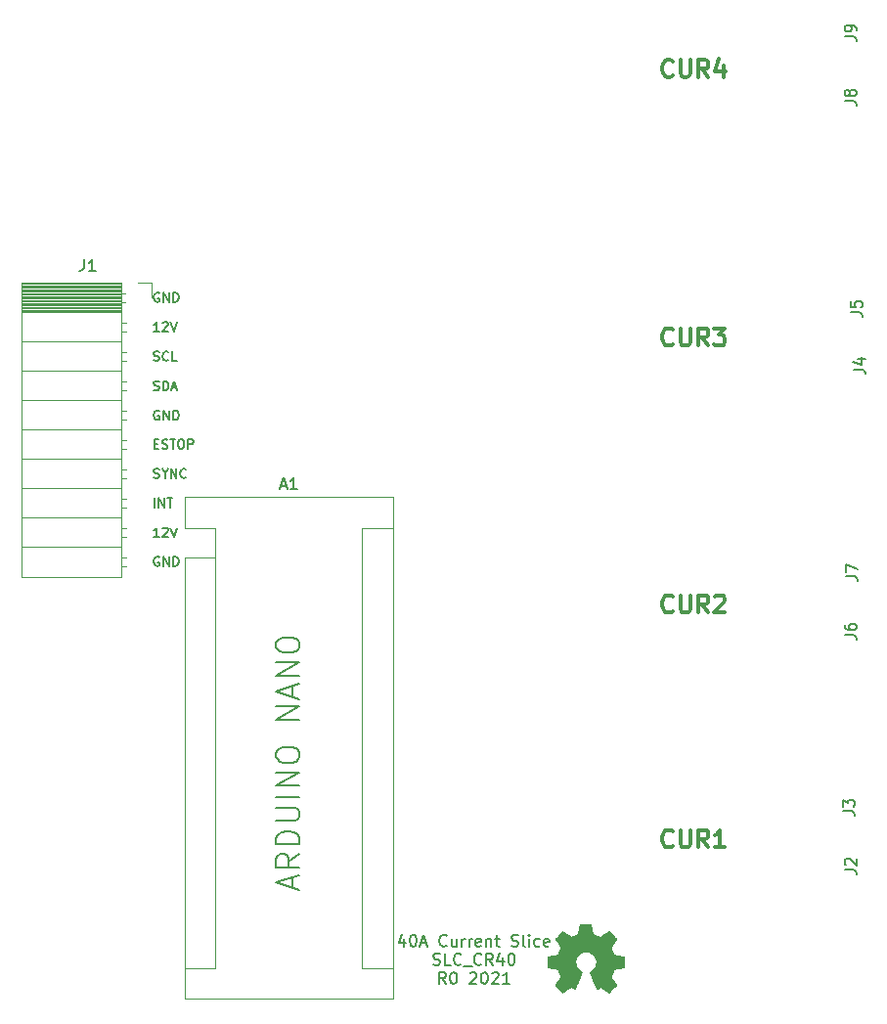
<source format=gbr>
%TF.GenerationSoftware,KiCad,Pcbnew,(6.0.4)*%
%TF.CreationDate,2023-07-24T13:06:08-04:00*%
%TF.ProjectId,BREAD_Slice,42524541-445f-4536-9c69-63652e6b6963,rev?*%
%TF.SameCoordinates,Original*%
%TF.FileFunction,Legend,Top*%
%TF.FilePolarity,Positive*%
%FSLAX46Y46*%
G04 Gerber Fmt 4.6, Leading zero omitted, Abs format (unit mm)*
G04 Created by KiCad (PCBNEW (6.0.4)) date 2023-07-24 13:06:08*
%MOMM*%
%LPD*%
G01*
G04 APERTURE LIST*
%ADD10C,0.150000*%
%ADD11C,0.300000*%
%ADD12C,0.120000*%
%ADD13C,0.010000*%
G04 APERTURE END LIST*
D10*
X131404761Y-99511904D02*
X130947619Y-99511904D01*
X131176190Y-99511904D02*
X131176190Y-98711904D01*
X131100000Y-98826190D01*
X131023809Y-98902380D01*
X130947619Y-98940476D01*
X131709523Y-98788095D02*
X131747619Y-98750000D01*
X131823809Y-98711904D01*
X132014285Y-98711904D01*
X132090476Y-98750000D01*
X132128571Y-98788095D01*
X132166666Y-98864285D01*
X132166666Y-98940476D01*
X132128571Y-99054761D01*
X131671428Y-99511904D01*
X132166666Y-99511904D01*
X132395238Y-98711904D02*
X132661904Y-99511904D01*
X132928571Y-98711904D01*
X142957618Y-129907142D02*
X142957618Y-128954761D01*
X143529046Y-130097619D02*
X141529046Y-129430952D01*
X143529046Y-128764285D01*
X143529046Y-126954761D02*
X142576665Y-127621428D01*
X143529046Y-128097619D02*
X141529046Y-128097619D01*
X141529046Y-127335714D01*
X141624285Y-127145238D01*
X141719523Y-127050000D01*
X141909999Y-126954761D01*
X142195713Y-126954761D01*
X142386189Y-127050000D01*
X142481427Y-127145238D01*
X142576665Y-127335714D01*
X142576665Y-128097619D01*
X143529046Y-126097619D02*
X141529046Y-126097619D01*
X141529046Y-125621428D01*
X141624285Y-125335714D01*
X141814761Y-125145238D01*
X142005237Y-125050000D01*
X142386189Y-124954761D01*
X142671904Y-124954761D01*
X143052856Y-125050000D01*
X143243332Y-125145238D01*
X143433808Y-125335714D01*
X143529046Y-125621428D01*
X143529046Y-126097619D01*
X141529046Y-124097619D02*
X143148094Y-124097619D01*
X143338570Y-124002380D01*
X143433808Y-123907142D01*
X143529046Y-123716666D01*
X143529046Y-123335714D01*
X143433808Y-123145238D01*
X143338570Y-123050000D01*
X143148094Y-122954761D01*
X141529046Y-122954761D01*
X143529046Y-122002380D02*
X141529046Y-122002380D01*
X143529046Y-121050000D02*
X141529046Y-121050000D01*
X143529046Y-119907142D01*
X141529046Y-119907142D01*
X141529046Y-118573809D02*
X141529046Y-118192857D01*
X141624285Y-118002380D01*
X141814761Y-117811904D01*
X142195713Y-117716666D01*
X142862380Y-117716666D01*
X143243332Y-117811904D01*
X143433808Y-118002380D01*
X143529046Y-118192857D01*
X143529046Y-118573809D01*
X143433808Y-118764285D01*
X143243332Y-118954761D01*
X142862380Y-119050000D01*
X142195713Y-119050000D01*
X141814761Y-118954761D01*
X141624285Y-118764285D01*
X141529046Y-118573809D01*
X143529046Y-115335714D02*
X141529046Y-115335714D01*
X143529046Y-114192857D01*
X141529046Y-114192857D01*
X142957618Y-113335714D02*
X142957618Y-112383333D01*
X143529046Y-113526190D02*
X141529046Y-112859523D01*
X143529046Y-112192857D01*
X143529046Y-111526190D02*
X141529046Y-111526190D01*
X143529046Y-110383333D01*
X141529046Y-110383333D01*
X141529046Y-109050000D02*
X141529046Y-108669047D01*
X141624285Y-108478571D01*
X141814761Y-108288095D01*
X142195713Y-108192857D01*
X142862380Y-108192857D01*
X143243332Y-108288095D01*
X143433808Y-108478571D01*
X143529046Y-108669047D01*
X143529046Y-109050000D01*
X143433808Y-109240476D01*
X143243332Y-109430952D01*
X142862380Y-109526190D01*
X142195713Y-109526190D01*
X141814761Y-109430952D01*
X141624285Y-109240476D01*
X141529046Y-109050000D01*
X130985713Y-96961904D02*
X130985713Y-96161904D01*
X131366665Y-96961904D02*
X131366665Y-96161904D01*
X131823808Y-96961904D01*
X131823808Y-96161904D01*
X132090475Y-96161904D02*
X132547618Y-96161904D01*
X132319046Y-96961904D02*
X132319046Y-96161904D01*
D11*
X175878570Y-105915714D02*
X175807142Y-105987142D01*
X175592856Y-106058571D01*
X175449999Y-106058571D01*
X175235713Y-105987142D01*
X175092856Y-105844285D01*
X175021427Y-105701428D01*
X174949999Y-105415714D01*
X174949999Y-105201428D01*
X175021427Y-104915714D01*
X175092856Y-104772857D01*
X175235713Y-104630000D01*
X175449999Y-104558571D01*
X175592856Y-104558571D01*
X175807142Y-104630000D01*
X175878570Y-104701428D01*
X176521427Y-104558571D02*
X176521427Y-105772857D01*
X176592856Y-105915714D01*
X176664285Y-105987142D01*
X176807142Y-106058571D01*
X177092856Y-106058571D01*
X177235713Y-105987142D01*
X177307142Y-105915714D01*
X177378570Y-105772857D01*
X177378570Y-104558571D01*
X178949999Y-106058571D02*
X178449999Y-105344285D01*
X178092856Y-106058571D02*
X178092856Y-104558571D01*
X178664285Y-104558571D01*
X178807142Y-104630000D01*
X178878570Y-104701428D01*
X178949999Y-104844285D01*
X178949999Y-105058571D01*
X178878570Y-105201428D01*
X178807142Y-105272857D01*
X178664285Y-105344285D01*
X178092856Y-105344285D01*
X179521427Y-104701428D02*
X179592856Y-104630000D01*
X179735713Y-104558571D01*
X180092856Y-104558571D01*
X180235713Y-104630000D01*
X180307142Y-104701428D01*
X180378570Y-104844285D01*
X180378570Y-104987142D01*
X180307142Y-105201428D01*
X179449999Y-106058571D01*
X180378570Y-106058571D01*
D10*
X131404761Y-81711904D02*
X130947619Y-81711904D01*
X131176190Y-81711904D02*
X131176190Y-80911904D01*
X131100000Y-81026190D01*
X131023809Y-81102380D01*
X130947619Y-81140476D01*
X131709523Y-80988095D02*
X131747619Y-80950000D01*
X131823809Y-80911904D01*
X132014285Y-80911904D01*
X132090476Y-80950000D01*
X132128571Y-80988095D01*
X132166666Y-81064285D01*
X132166666Y-81140476D01*
X132128571Y-81254761D01*
X131671428Y-81711904D01*
X132166666Y-81711904D01*
X132395238Y-80911904D02*
X132661904Y-81711904D01*
X132928571Y-80911904D01*
D11*
X175878570Y-59560714D02*
X175807142Y-59632142D01*
X175592856Y-59703571D01*
X175449999Y-59703571D01*
X175235713Y-59632142D01*
X175092856Y-59489285D01*
X175021427Y-59346428D01*
X174949999Y-59060714D01*
X174949999Y-58846428D01*
X175021427Y-58560714D01*
X175092856Y-58417857D01*
X175235713Y-58275000D01*
X175449999Y-58203571D01*
X175592856Y-58203571D01*
X175807142Y-58275000D01*
X175878570Y-58346428D01*
X176521427Y-58203571D02*
X176521427Y-59417857D01*
X176592856Y-59560714D01*
X176664285Y-59632142D01*
X176807142Y-59703571D01*
X177092856Y-59703571D01*
X177235713Y-59632142D01*
X177307142Y-59560714D01*
X177378570Y-59417857D01*
X177378570Y-58203571D01*
X178949999Y-59703571D02*
X178449999Y-58989285D01*
X178092856Y-59703571D02*
X178092856Y-58203571D01*
X178664285Y-58203571D01*
X178807142Y-58275000D01*
X178878570Y-58346428D01*
X178949999Y-58489285D01*
X178949999Y-58703571D01*
X178878570Y-58846428D01*
X178807142Y-58917857D01*
X178664285Y-58989285D01*
X178092856Y-58989285D01*
X180235713Y-58703571D02*
X180235713Y-59703571D01*
X179878570Y-58132142D02*
X179521427Y-59203571D01*
X180449999Y-59203571D01*
D10*
X130947619Y-84223809D02*
X131061904Y-84261904D01*
X131252380Y-84261904D01*
X131328571Y-84223809D01*
X131366666Y-84185714D01*
X131404761Y-84109523D01*
X131404761Y-84033333D01*
X131366666Y-83957142D01*
X131328571Y-83919047D01*
X131252380Y-83880952D01*
X131100000Y-83842857D01*
X131023809Y-83804761D01*
X130985714Y-83766666D01*
X130947619Y-83690476D01*
X130947619Y-83614285D01*
X130985714Y-83538095D01*
X131023809Y-83500000D01*
X131100000Y-83461904D01*
X131290476Y-83461904D01*
X131404761Y-83500000D01*
X132204761Y-84185714D02*
X132166666Y-84223809D01*
X132052380Y-84261904D01*
X131976190Y-84261904D01*
X131861904Y-84223809D01*
X131785714Y-84147619D01*
X131747619Y-84071428D01*
X131709523Y-83919047D01*
X131709523Y-83804761D01*
X131747619Y-83652380D01*
X131785714Y-83576190D01*
X131861904Y-83500000D01*
X131976190Y-83461904D01*
X132052380Y-83461904D01*
X132166666Y-83500000D01*
X132204761Y-83538095D01*
X132928571Y-84261904D02*
X132547619Y-84261904D01*
X132547619Y-83461904D01*
X130947618Y-94373809D02*
X131061904Y-94411904D01*
X131252380Y-94411904D01*
X131328571Y-94373809D01*
X131366666Y-94335714D01*
X131404761Y-94259523D01*
X131404761Y-94183333D01*
X131366666Y-94107142D01*
X131328571Y-94069047D01*
X131252380Y-94030952D01*
X131099999Y-93992857D01*
X131023809Y-93954761D01*
X130985714Y-93916666D01*
X130947618Y-93840476D01*
X130947618Y-93764285D01*
X130985714Y-93688095D01*
X131023809Y-93650000D01*
X131099999Y-93611904D01*
X131290475Y-93611904D01*
X131404761Y-93650000D01*
X131899999Y-94030952D02*
X131899999Y-94411904D01*
X131633333Y-93611904D02*
X131899999Y-94030952D01*
X132166666Y-93611904D01*
X132433333Y-94411904D02*
X132433333Y-93611904D01*
X132890475Y-94411904D01*
X132890475Y-93611904D01*
X133728571Y-94335714D02*
X133690475Y-94373809D01*
X133576190Y-94411904D01*
X133499999Y-94411904D01*
X133385714Y-94373809D01*
X133309523Y-94297619D01*
X133271428Y-94221428D01*
X133233333Y-94069047D01*
X133233333Y-93954761D01*
X133271428Y-93802380D01*
X133309523Y-93726190D01*
X133385714Y-93650000D01*
X133499999Y-93611904D01*
X133576190Y-93611904D01*
X133690475Y-93650000D01*
X133728571Y-93688095D01*
X130985713Y-91442857D02*
X131252380Y-91442857D01*
X131366665Y-91861904D02*
X130985713Y-91861904D01*
X130985713Y-91061904D01*
X131366665Y-91061904D01*
X131671427Y-91823809D02*
X131785713Y-91861904D01*
X131976189Y-91861904D01*
X132052380Y-91823809D01*
X132090475Y-91785714D01*
X132128570Y-91709523D01*
X132128570Y-91633333D01*
X132090475Y-91557142D01*
X132052380Y-91519047D01*
X131976189Y-91480952D01*
X131823808Y-91442857D01*
X131747618Y-91404761D01*
X131709523Y-91366666D01*
X131671427Y-91290476D01*
X131671427Y-91214285D01*
X131709523Y-91138095D01*
X131747618Y-91100000D01*
X131823808Y-91061904D01*
X132014284Y-91061904D01*
X132128570Y-91100000D01*
X132357142Y-91061904D02*
X132814284Y-91061904D01*
X132585713Y-91861904D02*
X132585713Y-91061904D01*
X133233332Y-91061904D02*
X133385713Y-91061904D01*
X133461904Y-91100000D01*
X133538094Y-91176190D01*
X133576189Y-91328571D01*
X133576189Y-91595238D01*
X133538094Y-91747619D01*
X133461904Y-91823809D01*
X133385713Y-91861904D01*
X133233332Y-91861904D01*
X133157142Y-91823809D01*
X133080951Y-91747619D01*
X133042856Y-91595238D01*
X133042856Y-91328571D01*
X133080951Y-91176190D01*
X133157142Y-91100000D01*
X133233332Y-91061904D01*
X133919046Y-91861904D02*
X133919046Y-91061904D01*
X134223808Y-91061904D01*
X134299999Y-91100000D01*
X134338094Y-91138095D01*
X134376189Y-91214285D01*
X134376189Y-91328571D01*
X134338094Y-91404761D01*
X134299999Y-91442857D01*
X134223808Y-91480952D01*
X133919046Y-91480952D01*
X131404761Y-88600000D02*
X131328570Y-88561904D01*
X131214285Y-88561904D01*
X131099999Y-88600000D01*
X131023808Y-88676190D01*
X130985713Y-88752380D01*
X130947618Y-88904761D01*
X130947618Y-89019047D01*
X130985713Y-89171428D01*
X131023808Y-89247619D01*
X131099999Y-89323809D01*
X131214285Y-89361904D01*
X131290475Y-89361904D01*
X131404761Y-89323809D01*
X131442856Y-89285714D01*
X131442856Y-89019047D01*
X131290475Y-89019047D01*
X131785713Y-89361904D02*
X131785713Y-88561904D01*
X132242856Y-89361904D01*
X132242856Y-88561904D01*
X132623808Y-89361904D02*
X132623808Y-88561904D01*
X132814285Y-88561904D01*
X132928570Y-88600000D01*
X133004761Y-88676190D01*
X133042856Y-88752380D01*
X133080951Y-88904761D01*
X133080951Y-89019047D01*
X133042856Y-89171428D01*
X133004761Y-89247619D01*
X132928570Y-89323809D01*
X132814285Y-89361904D01*
X132623808Y-89361904D01*
D11*
X175878570Y-126235714D02*
X175807142Y-126307142D01*
X175592856Y-126378571D01*
X175449999Y-126378571D01*
X175235713Y-126307142D01*
X175092856Y-126164285D01*
X175021427Y-126021428D01*
X174949999Y-125735714D01*
X174949999Y-125521428D01*
X175021427Y-125235714D01*
X175092856Y-125092857D01*
X175235713Y-124950000D01*
X175449999Y-124878571D01*
X175592856Y-124878571D01*
X175807142Y-124950000D01*
X175878570Y-125021428D01*
X176521427Y-124878571D02*
X176521427Y-126092857D01*
X176592856Y-126235714D01*
X176664285Y-126307142D01*
X176807142Y-126378571D01*
X177092856Y-126378571D01*
X177235713Y-126307142D01*
X177307142Y-126235714D01*
X177378570Y-126092857D01*
X177378570Y-124878571D01*
X178949999Y-126378571D02*
X178449999Y-125664285D01*
X178092856Y-126378571D02*
X178092856Y-124878571D01*
X178664285Y-124878571D01*
X178807142Y-124950000D01*
X178878570Y-125021428D01*
X178949999Y-125164285D01*
X178949999Y-125378571D01*
X178878570Y-125521428D01*
X178807142Y-125592857D01*
X178664285Y-125664285D01*
X178092856Y-125664285D01*
X180378570Y-126378571D02*
X179521427Y-126378571D01*
X179949999Y-126378571D02*
X179949999Y-124878571D01*
X179807142Y-125092857D01*
X179664285Y-125235714D01*
X179521427Y-125307142D01*
D10*
X130947618Y-86773809D02*
X131061904Y-86811904D01*
X131252380Y-86811904D01*
X131328570Y-86773809D01*
X131366666Y-86735714D01*
X131404761Y-86659523D01*
X131404761Y-86583333D01*
X131366666Y-86507142D01*
X131328570Y-86469047D01*
X131252380Y-86430952D01*
X131099999Y-86392857D01*
X131023808Y-86354761D01*
X130985713Y-86316666D01*
X130947618Y-86240476D01*
X130947618Y-86164285D01*
X130985713Y-86088095D01*
X131023808Y-86050000D01*
X131099999Y-86011904D01*
X131290475Y-86011904D01*
X131404761Y-86050000D01*
X131747618Y-86811904D02*
X131747618Y-86011904D01*
X131938094Y-86011904D01*
X132052380Y-86050000D01*
X132128570Y-86126190D01*
X132166666Y-86202380D01*
X132204761Y-86354761D01*
X132204761Y-86469047D01*
X132166666Y-86621428D01*
X132128570Y-86697619D01*
X132052380Y-86773809D01*
X131938094Y-86811904D01*
X131747618Y-86811904D01*
X132509523Y-86583333D02*
X132890475Y-86583333D01*
X132433332Y-86811904D02*
X132699999Y-86011904D01*
X132966666Y-86811904D01*
X152620380Y-134292714D02*
X152620380Y-134959380D01*
X152382285Y-133911761D02*
X152144190Y-134626047D01*
X152763238Y-134626047D01*
X153334666Y-133959380D02*
X153429904Y-133959380D01*
X153525142Y-134007000D01*
X153572761Y-134054619D01*
X153620380Y-134149857D01*
X153668000Y-134340333D01*
X153668000Y-134578428D01*
X153620380Y-134768904D01*
X153572761Y-134864142D01*
X153525142Y-134911761D01*
X153429904Y-134959380D01*
X153334666Y-134959380D01*
X153239428Y-134911761D01*
X153191809Y-134864142D01*
X153144190Y-134768904D01*
X153096571Y-134578428D01*
X153096571Y-134340333D01*
X153144190Y-134149857D01*
X153191809Y-134054619D01*
X153239428Y-134007000D01*
X153334666Y-133959380D01*
X154048952Y-134673666D02*
X154525142Y-134673666D01*
X153953714Y-134959380D02*
X154287047Y-133959380D01*
X154620380Y-134959380D01*
X156287047Y-134864142D02*
X156239428Y-134911761D01*
X156096571Y-134959380D01*
X156001333Y-134959380D01*
X155858476Y-134911761D01*
X155763238Y-134816523D01*
X155715619Y-134721285D01*
X155668000Y-134530809D01*
X155668000Y-134387952D01*
X155715619Y-134197476D01*
X155763238Y-134102238D01*
X155858476Y-134007000D01*
X156001333Y-133959380D01*
X156096571Y-133959380D01*
X156239428Y-134007000D01*
X156287047Y-134054619D01*
X157144190Y-134292714D02*
X157144190Y-134959380D01*
X156715619Y-134292714D02*
X156715619Y-134816523D01*
X156763238Y-134911761D01*
X156858476Y-134959380D01*
X157001333Y-134959380D01*
X157096571Y-134911761D01*
X157144190Y-134864142D01*
X157620380Y-134959380D02*
X157620380Y-134292714D01*
X157620380Y-134483190D02*
X157668000Y-134387952D01*
X157715619Y-134340333D01*
X157810857Y-134292714D01*
X157906095Y-134292714D01*
X158239428Y-134959380D02*
X158239428Y-134292714D01*
X158239428Y-134483190D02*
X158287047Y-134387952D01*
X158334666Y-134340333D01*
X158429904Y-134292714D01*
X158525142Y-134292714D01*
X159239428Y-134911761D02*
X159144190Y-134959380D01*
X158953714Y-134959380D01*
X158858476Y-134911761D01*
X158810857Y-134816523D01*
X158810857Y-134435571D01*
X158858476Y-134340333D01*
X158953714Y-134292714D01*
X159144190Y-134292714D01*
X159239428Y-134340333D01*
X159287047Y-134435571D01*
X159287047Y-134530809D01*
X158810857Y-134626047D01*
X159715619Y-134292714D02*
X159715619Y-134959380D01*
X159715619Y-134387952D02*
X159763238Y-134340333D01*
X159858476Y-134292714D01*
X160001333Y-134292714D01*
X160096571Y-134340333D01*
X160144190Y-134435571D01*
X160144190Y-134959380D01*
X160477523Y-134292714D02*
X160858476Y-134292714D01*
X160620380Y-133959380D02*
X160620380Y-134816523D01*
X160668000Y-134911761D01*
X160763238Y-134959380D01*
X160858476Y-134959380D01*
X161906095Y-134911761D02*
X162048952Y-134959380D01*
X162287047Y-134959380D01*
X162382285Y-134911761D01*
X162429904Y-134864142D01*
X162477523Y-134768904D01*
X162477523Y-134673666D01*
X162429904Y-134578428D01*
X162382285Y-134530809D01*
X162287047Y-134483190D01*
X162096571Y-134435571D01*
X162001333Y-134387952D01*
X161953714Y-134340333D01*
X161906095Y-134245095D01*
X161906095Y-134149857D01*
X161953714Y-134054619D01*
X162001333Y-134007000D01*
X162096571Y-133959380D01*
X162334666Y-133959380D01*
X162477523Y-134007000D01*
X163048952Y-134959380D02*
X162953714Y-134911761D01*
X162906095Y-134816523D01*
X162906095Y-133959380D01*
X163429904Y-134959380D02*
X163429904Y-134292714D01*
X163429904Y-133959380D02*
X163382285Y-134007000D01*
X163429904Y-134054619D01*
X163477523Y-134007000D01*
X163429904Y-133959380D01*
X163429904Y-134054619D01*
X164334666Y-134911761D02*
X164239428Y-134959380D01*
X164048952Y-134959380D01*
X163953714Y-134911761D01*
X163906095Y-134864142D01*
X163858476Y-134768904D01*
X163858476Y-134483190D01*
X163906095Y-134387952D01*
X163953714Y-134340333D01*
X164048952Y-134292714D01*
X164239428Y-134292714D01*
X164334666Y-134340333D01*
X165144190Y-134911761D02*
X165048952Y-134959380D01*
X164858476Y-134959380D01*
X164763238Y-134911761D01*
X164715619Y-134816523D01*
X164715619Y-134435571D01*
X164763238Y-134340333D01*
X164858476Y-134292714D01*
X165048952Y-134292714D01*
X165144190Y-134340333D01*
X165191809Y-134435571D01*
X165191809Y-134530809D01*
X164715619Y-134626047D01*
X155144190Y-136521761D02*
X155287047Y-136569380D01*
X155525142Y-136569380D01*
X155620380Y-136521761D01*
X155668000Y-136474142D01*
X155715619Y-136378904D01*
X155715619Y-136283666D01*
X155668000Y-136188428D01*
X155620380Y-136140809D01*
X155525142Y-136093190D01*
X155334666Y-136045571D01*
X155239428Y-135997952D01*
X155191809Y-135950333D01*
X155144190Y-135855095D01*
X155144190Y-135759857D01*
X155191809Y-135664619D01*
X155239428Y-135617000D01*
X155334666Y-135569380D01*
X155572761Y-135569380D01*
X155715619Y-135617000D01*
X156620380Y-136569380D02*
X156144190Y-136569380D01*
X156144190Y-135569380D01*
X157525142Y-136474142D02*
X157477523Y-136521761D01*
X157334666Y-136569380D01*
X157239428Y-136569380D01*
X157096571Y-136521761D01*
X157001333Y-136426523D01*
X156953714Y-136331285D01*
X156906095Y-136140809D01*
X156906095Y-135997952D01*
X156953714Y-135807476D01*
X157001333Y-135712238D01*
X157096571Y-135617000D01*
X157239428Y-135569380D01*
X157334666Y-135569380D01*
X157477523Y-135617000D01*
X157525142Y-135664619D01*
X157715619Y-136664619D02*
X158477523Y-136664619D01*
X159287047Y-136474142D02*
X159239428Y-136521761D01*
X159096571Y-136569380D01*
X159001333Y-136569380D01*
X158858476Y-136521761D01*
X158763238Y-136426523D01*
X158715619Y-136331285D01*
X158668000Y-136140809D01*
X158668000Y-135997952D01*
X158715619Y-135807476D01*
X158763238Y-135712238D01*
X158858476Y-135617000D01*
X159001333Y-135569380D01*
X159096571Y-135569380D01*
X159239428Y-135617000D01*
X159287047Y-135664619D01*
X160287047Y-136569380D02*
X159953714Y-136093190D01*
X159715619Y-136569380D02*
X159715619Y-135569380D01*
X160096571Y-135569380D01*
X160191809Y-135617000D01*
X160239428Y-135664619D01*
X160287047Y-135759857D01*
X160287047Y-135902714D01*
X160239428Y-135997952D01*
X160191809Y-136045571D01*
X160096571Y-136093190D01*
X159715619Y-136093190D01*
X161144190Y-135902714D02*
X161144190Y-136569380D01*
X160906095Y-135521761D02*
X160668000Y-136236047D01*
X161287047Y-136236047D01*
X161858476Y-135569380D02*
X161953714Y-135569380D01*
X162048952Y-135617000D01*
X162096571Y-135664619D01*
X162144190Y-135759857D01*
X162191809Y-135950333D01*
X162191809Y-136188428D01*
X162144190Y-136378904D01*
X162096571Y-136474142D01*
X162048952Y-136521761D01*
X161953714Y-136569380D01*
X161858476Y-136569380D01*
X161763238Y-136521761D01*
X161715619Y-136474142D01*
X161668000Y-136378904D01*
X161620380Y-136188428D01*
X161620380Y-135950333D01*
X161668000Y-135759857D01*
X161715619Y-135664619D01*
X161763238Y-135617000D01*
X161858476Y-135569380D01*
X156215619Y-138179380D02*
X155882285Y-137703190D01*
X155644190Y-138179380D02*
X155644190Y-137179380D01*
X156025142Y-137179380D01*
X156120380Y-137227000D01*
X156168000Y-137274619D01*
X156215619Y-137369857D01*
X156215619Y-137512714D01*
X156168000Y-137607952D01*
X156120380Y-137655571D01*
X156025142Y-137703190D01*
X155644190Y-137703190D01*
X156834666Y-137179380D02*
X156929904Y-137179380D01*
X157025142Y-137227000D01*
X157072761Y-137274619D01*
X157120380Y-137369857D01*
X157168000Y-137560333D01*
X157168000Y-137798428D01*
X157120380Y-137988904D01*
X157072761Y-138084142D01*
X157025142Y-138131761D01*
X156929904Y-138179380D01*
X156834666Y-138179380D01*
X156739428Y-138131761D01*
X156691809Y-138084142D01*
X156644190Y-137988904D01*
X156596571Y-137798428D01*
X156596571Y-137560333D01*
X156644190Y-137369857D01*
X156691809Y-137274619D01*
X156739428Y-137227000D01*
X156834666Y-137179380D01*
X158310857Y-137274619D02*
X158358476Y-137227000D01*
X158453714Y-137179380D01*
X158691809Y-137179380D01*
X158787047Y-137227000D01*
X158834666Y-137274619D01*
X158882285Y-137369857D01*
X158882285Y-137465095D01*
X158834666Y-137607952D01*
X158263238Y-138179380D01*
X158882285Y-138179380D01*
X159501333Y-137179380D02*
X159596571Y-137179380D01*
X159691809Y-137227000D01*
X159739428Y-137274619D01*
X159787047Y-137369857D01*
X159834666Y-137560333D01*
X159834666Y-137798428D01*
X159787047Y-137988904D01*
X159739428Y-138084142D01*
X159691809Y-138131761D01*
X159596571Y-138179380D01*
X159501333Y-138179380D01*
X159406095Y-138131761D01*
X159358476Y-138084142D01*
X159310857Y-137988904D01*
X159263238Y-137798428D01*
X159263238Y-137560333D01*
X159310857Y-137369857D01*
X159358476Y-137274619D01*
X159406095Y-137227000D01*
X159501333Y-137179380D01*
X160215619Y-137274619D02*
X160263238Y-137227000D01*
X160358476Y-137179380D01*
X160596571Y-137179380D01*
X160691809Y-137227000D01*
X160739428Y-137274619D01*
X160787047Y-137369857D01*
X160787047Y-137465095D01*
X160739428Y-137607952D01*
X160168000Y-138179380D01*
X160787047Y-138179380D01*
X161739428Y-138179380D02*
X161168000Y-138179380D01*
X161453714Y-138179380D02*
X161453714Y-137179380D01*
X161358476Y-137322238D01*
X161263238Y-137417476D01*
X161168000Y-137465095D01*
X131404761Y-78400000D02*
X131328570Y-78361904D01*
X131214285Y-78361904D01*
X131099999Y-78400000D01*
X131023808Y-78476190D01*
X130985713Y-78552380D01*
X130947618Y-78704761D01*
X130947618Y-78819047D01*
X130985713Y-78971428D01*
X131023808Y-79047619D01*
X131099999Y-79123809D01*
X131214285Y-79161904D01*
X131290475Y-79161904D01*
X131404761Y-79123809D01*
X131442856Y-79085714D01*
X131442856Y-78819047D01*
X131290475Y-78819047D01*
X131785713Y-79161904D02*
X131785713Y-78361904D01*
X132242856Y-79161904D01*
X132242856Y-78361904D01*
X132623808Y-79161904D02*
X132623808Y-78361904D01*
X132814285Y-78361904D01*
X132928570Y-78400000D01*
X133004761Y-78476190D01*
X133042856Y-78552380D01*
X133080951Y-78704761D01*
X133080951Y-78819047D01*
X133042856Y-78971428D01*
X133004761Y-79047619D01*
X132928570Y-79123809D01*
X132814285Y-79161904D01*
X132623808Y-79161904D01*
X131404761Y-101250000D02*
X131328570Y-101211904D01*
X131214285Y-101211904D01*
X131099999Y-101250000D01*
X131023808Y-101326190D01*
X130985713Y-101402380D01*
X130947618Y-101554761D01*
X130947618Y-101669047D01*
X130985713Y-101821428D01*
X131023808Y-101897619D01*
X131099999Y-101973809D01*
X131214285Y-102011904D01*
X131290475Y-102011904D01*
X131404761Y-101973809D01*
X131442856Y-101935714D01*
X131442856Y-101669047D01*
X131290475Y-101669047D01*
X131785713Y-102011904D02*
X131785713Y-101211904D01*
X132242856Y-102011904D01*
X132242856Y-101211904D01*
X132623808Y-102011904D02*
X132623808Y-101211904D01*
X132814285Y-101211904D01*
X132928570Y-101250000D01*
X133004761Y-101326190D01*
X133042856Y-101402380D01*
X133080951Y-101554761D01*
X133080951Y-101669047D01*
X133042856Y-101821428D01*
X133004761Y-101897619D01*
X132928570Y-101973809D01*
X132814285Y-102011904D01*
X132623808Y-102011904D01*
D11*
X175878570Y-82801714D02*
X175807142Y-82873142D01*
X175592856Y-82944571D01*
X175449999Y-82944571D01*
X175235713Y-82873142D01*
X175092856Y-82730285D01*
X175021427Y-82587428D01*
X174949999Y-82301714D01*
X174949999Y-82087428D01*
X175021427Y-81801714D01*
X175092856Y-81658857D01*
X175235713Y-81516000D01*
X175449999Y-81444571D01*
X175592856Y-81444571D01*
X175807142Y-81516000D01*
X175878570Y-81587428D01*
X176521427Y-81444571D02*
X176521427Y-82658857D01*
X176592856Y-82801714D01*
X176664285Y-82873142D01*
X176807142Y-82944571D01*
X177092856Y-82944571D01*
X177235713Y-82873142D01*
X177307142Y-82801714D01*
X177378570Y-82658857D01*
X177378570Y-81444571D01*
X178949999Y-82944571D02*
X178449999Y-82230285D01*
X178092856Y-82944571D02*
X178092856Y-81444571D01*
X178664285Y-81444571D01*
X178807142Y-81516000D01*
X178878570Y-81587428D01*
X178949999Y-81730285D01*
X178949999Y-81944571D01*
X178878570Y-82087428D01*
X178807142Y-82158857D01*
X178664285Y-82230285D01*
X178092856Y-82230285D01*
X179449999Y-81444571D02*
X180378570Y-81444571D01*
X179878570Y-82016000D01*
X180092856Y-82016000D01*
X180235713Y-82087428D01*
X180307142Y-82158857D01*
X180378570Y-82301714D01*
X180378570Y-82658857D01*
X180307142Y-82801714D01*
X180235713Y-82873142D01*
X180092856Y-82944571D01*
X179664285Y-82944571D01*
X179521427Y-82873142D01*
X179449999Y-82801714D01*
D10*
%TO.C,A1*%
X141905714Y-95086666D02*
X142381904Y-95086666D01*
X141810476Y-95372380D02*
X142143809Y-94372380D01*
X142477142Y-95372380D01*
X143334285Y-95372380D02*
X142762857Y-95372380D01*
X143048571Y-95372380D02*
X143048571Y-94372380D01*
X142953333Y-94515238D01*
X142858095Y-94610476D01*
X142762857Y-94658095D01*
%TO.C,J1*%
X124886666Y-75482380D02*
X124886666Y-76196666D01*
X124839047Y-76339523D01*
X124743809Y-76434761D01*
X124600952Y-76482380D01*
X124505714Y-76482380D01*
X125886666Y-76482380D02*
X125315238Y-76482380D01*
X125600952Y-76482380D02*
X125600952Y-75482380D01*
X125505714Y-75625238D01*
X125410476Y-75720476D01*
X125315238Y-75768095D01*
%TO.C,J2*%
X190751380Y-128322333D02*
X191465666Y-128322333D01*
X191608523Y-128369952D01*
X191703761Y-128465190D01*
X191751380Y-128608047D01*
X191751380Y-128703285D01*
X190846619Y-127893761D02*
X190799000Y-127846142D01*
X190751380Y-127750904D01*
X190751380Y-127512809D01*
X190799000Y-127417571D01*
X190846619Y-127369952D01*
X190941857Y-127322333D01*
X191037095Y-127322333D01*
X191179952Y-127369952D01*
X191751380Y-127941380D01*
X191751380Y-127322333D01*
%TO.C,J3*%
X190624380Y-123242333D02*
X191338666Y-123242333D01*
X191481523Y-123289952D01*
X191576761Y-123385190D01*
X191624380Y-123528047D01*
X191624380Y-123623285D01*
X190624380Y-122861380D02*
X190624380Y-122242333D01*
X191005333Y-122575666D01*
X191005333Y-122432809D01*
X191052952Y-122337571D01*
X191100571Y-122289952D01*
X191195809Y-122242333D01*
X191433904Y-122242333D01*
X191529142Y-122289952D01*
X191576761Y-122337571D01*
X191624380Y-122432809D01*
X191624380Y-122718523D01*
X191576761Y-122813761D01*
X191529142Y-122861380D01*
%TO.C,J4*%
X191513380Y-85015333D02*
X192227666Y-85015333D01*
X192370523Y-85062952D01*
X192465761Y-85158190D01*
X192513380Y-85301047D01*
X192513380Y-85396285D01*
X191846714Y-84110571D02*
X192513380Y-84110571D01*
X191465761Y-84348666D02*
X192180047Y-84586761D01*
X192180047Y-83967714D01*
%TO.C,J5*%
X191259380Y-80062333D02*
X191973666Y-80062333D01*
X192116523Y-80109952D01*
X192211761Y-80205190D01*
X192259380Y-80348047D01*
X192259380Y-80443285D01*
X191259380Y-79109952D02*
X191259380Y-79586142D01*
X191735571Y-79633761D01*
X191687952Y-79586142D01*
X191640333Y-79490904D01*
X191640333Y-79252809D01*
X191687952Y-79157571D01*
X191735571Y-79109952D01*
X191830809Y-79062333D01*
X192068904Y-79062333D01*
X192164142Y-79109952D01*
X192211761Y-79157571D01*
X192259380Y-79252809D01*
X192259380Y-79490904D01*
X192211761Y-79586142D01*
X192164142Y-79633761D01*
%TO.C,J6*%
X190751380Y-108002333D02*
X191465666Y-108002333D01*
X191608523Y-108049952D01*
X191703761Y-108145190D01*
X191751380Y-108288047D01*
X191751380Y-108383285D01*
X190751380Y-107097571D02*
X190751380Y-107288047D01*
X190799000Y-107383285D01*
X190846619Y-107430904D01*
X190989476Y-107526142D01*
X191179952Y-107573761D01*
X191560904Y-107573761D01*
X191656142Y-107526142D01*
X191703761Y-107478523D01*
X191751380Y-107383285D01*
X191751380Y-107192809D01*
X191703761Y-107097571D01*
X191656142Y-107049952D01*
X191560904Y-107002333D01*
X191322809Y-107002333D01*
X191227571Y-107049952D01*
X191179952Y-107097571D01*
X191132333Y-107192809D01*
X191132333Y-107383285D01*
X191179952Y-107478523D01*
X191227571Y-107526142D01*
X191322809Y-107573761D01*
%TO.C,J7*%
X190878380Y-102922333D02*
X191592666Y-102922333D01*
X191735523Y-102969952D01*
X191830761Y-103065190D01*
X191878380Y-103208047D01*
X191878380Y-103303285D01*
X190878380Y-102541380D02*
X190878380Y-101874714D01*
X191878380Y-102303285D01*
%TO.C,J8*%
X190751380Y-61774333D02*
X191465666Y-61774333D01*
X191608523Y-61821952D01*
X191703761Y-61917190D01*
X191751380Y-62060047D01*
X191751380Y-62155285D01*
X191179952Y-61155285D02*
X191132333Y-61250523D01*
X191084714Y-61298142D01*
X190989476Y-61345761D01*
X190941857Y-61345761D01*
X190846619Y-61298142D01*
X190799000Y-61250523D01*
X190751380Y-61155285D01*
X190751380Y-60964809D01*
X190799000Y-60869571D01*
X190846619Y-60821952D01*
X190941857Y-60774333D01*
X190989476Y-60774333D01*
X191084714Y-60821952D01*
X191132333Y-60869571D01*
X191179952Y-60964809D01*
X191179952Y-61155285D01*
X191227571Y-61250523D01*
X191275190Y-61298142D01*
X191370428Y-61345761D01*
X191560904Y-61345761D01*
X191656142Y-61298142D01*
X191703761Y-61250523D01*
X191751380Y-61155285D01*
X191751380Y-60964809D01*
X191703761Y-60869571D01*
X191656142Y-60821952D01*
X191560904Y-60774333D01*
X191370428Y-60774333D01*
X191275190Y-60821952D01*
X191227571Y-60869571D01*
X191179952Y-60964809D01*
%TO.C,J9*%
X190751380Y-56186333D02*
X191465666Y-56186333D01*
X191608523Y-56233952D01*
X191703761Y-56329190D01*
X191751380Y-56472047D01*
X191751380Y-56567285D01*
X191751380Y-55662523D02*
X191751380Y-55472047D01*
X191703761Y-55376809D01*
X191656142Y-55329190D01*
X191513285Y-55233952D01*
X191322809Y-55186333D01*
X190941857Y-55186333D01*
X190846619Y-55233952D01*
X190799000Y-55281571D01*
X190751380Y-55376809D01*
X190751380Y-55567285D01*
X190799000Y-55662523D01*
X190846619Y-55710142D01*
X190941857Y-55757761D01*
X191179952Y-55757761D01*
X191275190Y-55710142D01*
X191322809Y-55662523D01*
X191370428Y-55567285D01*
X191370428Y-55376809D01*
X191322809Y-55281571D01*
X191275190Y-55233952D01*
X191179952Y-55186333D01*
D12*
%TO.C,A1*%
X133600000Y-101270000D02*
X133600000Y-139500000D01*
X136270000Y-101270000D02*
X133600000Y-101270000D01*
X148970000Y-98730000D02*
X151640000Y-98730000D01*
X136270000Y-136830000D02*
X133600000Y-136830000D01*
X136270000Y-101270000D02*
X136270000Y-136830000D01*
X133600000Y-139500000D02*
X151640000Y-139500000D01*
X151640000Y-139500000D02*
X151640000Y-96060000D01*
X133600000Y-96060000D02*
X133600000Y-98730000D01*
X136270000Y-98730000D02*
X133600000Y-98730000D01*
X151640000Y-96060000D02*
X133600000Y-96060000D01*
X136270000Y-101270000D02*
X136270000Y-98730000D01*
X148970000Y-98730000D02*
X148970000Y-136830000D01*
X148970000Y-136830000D02*
X151640000Y-136830000D01*
%TO.C,J1*%
X128140000Y-79160000D02*
X128490000Y-79160000D01*
X119510000Y-78652855D02*
X128140000Y-78652855D01*
X128140000Y-96220000D02*
X128550000Y-96220000D01*
X119510000Y-77590000D02*
X128140000Y-77590000D01*
X119510000Y-90230000D02*
X128140000Y-90230000D01*
X129600000Y-77470000D02*
X130710000Y-77470000D01*
X119510000Y-100390000D02*
X128140000Y-100390000D01*
X119510000Y-79007140D02*
X128140000Y-79007140D01*
X128140000Y-94400000D02*
X128550000Y-94400000D01*
X119510000Y-77470000D02*
X128140000Y-77470000D01*
X119510000Y-79951900D02*
X128140000Y-79951900D01*
X128140000Y-81700000D02*
X128550000Y-81700000D01*
X119510000Y-102990000D02*
X128140000Y-102990000D01*
X128140000Y-96940000D02*
X128550000Y-96940000D01*
X128140000Y-93680000D02*
X128550000Y-93680000D01*
X119510000Y-97850000D02*
X128140000Y-97850000D01*
X119510000Y-87690000D02*
X128140000Y-87690000D01*
X119510000Y-95310000D02*
X128140000Y-95310000D01*
X119510000Y-80070000D02*
X128140000Y-80070000D01*
X128140000Y-101300000D02*
X128550000Y-101300000D01*
X119510000Y-77708095D02*
X128140000Y-77708095D01*
X119510000Y-79479520D02*
X128140000Y-79479520D01*
X119510000Y-77470000D02*
X119510000Y-102990000D01*
X128140000Y-98760000D02*
X128550000Y-98760000D01*
X119510000Y-79125235D02*
X128140000Y-79125235D01*
X119510000Y-78180475D02*
X128140000Y-78180475D01*
X130710000Y-77470000D02*
X130710000Y-78800000D01*
X119510000Y-79715710D02*
X128140000Y-79715710D01*
X119510000Y-79597615D02*
X128140000Y-79597615D01*
X128140000Y-83520000D02*
X128550000Y-83520000D01*
X128140000Y-91140000D02*
X128550000Y-91140000D01*
X128140000Y-80980000D02*
X128550000Y-80980000D01*
X128140000Y-102020000D02*
X128550000Y-102020000D01*
X119510000Y-78416665D02*
X128140000Y-78416665D01*
X128140000Y-91860000D02*
X128550000Y-91860000D01*
X119510000Y-78889045D02*
X128140000Y-78889045D01*
X119510000Y-85150000D02*
X128140000Y-85150000D01*
X119510000Y-77826190D02*
X128140000Y-77826190D01*
X119510000Y-78770950D02*
X128140000Y-78770950D01*
X128140000Y-89320000D02*
X128550000Y-89320000D01*
X119510000Y-78298570D02*
X128140000Y-78298570D01*
X119510000Y-79243330D02*
X128140000Y-79243330D01*
X128140000Y-77470000D02*
X128140000Y-102990000D01*
X128140000Y-86060000D02*
X128550000Y-86060000D01*
X128140000Y-84240000D02*
X128550000Y-84240000D01*
X119510000Y-92770000D02*
X128140000Y-92770000D01*
X128140000Y-78440000D02*
X128490000Y-78440000D01*
X128140000Y-99480000D02*
X128550000Y-99480000D01*
X119510000Y-78534760D02*
X128140000Y-78534760D01*
X119510000Y-82610000D02*
X128140000Y-82610000D01*
X119510000Y-78062380D02*
X128140000Y-78062380D01*
X119510000Y-79361425D02*
X128140000Y-79361425D01*
X119510000Y-79833805D02*
X128140000Y-79833805D01*
X128140000Y-88600000D02*
X128550000Y-88600000D01*
X128140000Y-86780000D02*
X128550000Y-86780000D01*
X119510000Y-77944285D02*
X128140000Y-77944285D01*
%TO.C,Logo1*%
G36*
X168875814Y-133458931D02*
G01*
X168959635Y-133903555D01*
X169268920Y-134031053D01*
X169578206Y-134158551D01*
X169949246Y-133906246D01*
X170053157Y-133835996D01*
X170147087Y-133773272D01*
X170226652Y-133720938D01*
X170287470Y-133681857D01*
X170325157Y-133658893D01*
X170335421Y-133653942D01*
X170353910Y-133666676D01*
X170393420Y-133701882D01*
X170449522Y-133755062D01*
X170517787Y-133821718D01*
X170593786Y-133897354D01*
X170673092Y-133977472D01*
X170751275Y-134057574D01*
X170823907Y-134133164D01*
X170886559Y-134199745D01*
X170934803Y-134252818D01*
X170964210Y-134287887D01*
X170971241Y-134299623D01*
X170961123Y-134321260D01*
X170932759Y-134368662D01*
X170889129Y-134437193D01*
X170833218Y-134522215D01*
X170768006Y-134619093D01*
X170730219Y-134674350D01*
X170661343Y-134775248D01*
X170600140Y-134866299D01*
X170549578Y-134942970D01*
X170512628Y-135000728D01*
X170492258Y-135035043D01*
X170489197Y-135042254D01*
X170496136Y-135062748D01*
X170515051Y-135110513D01*
X170543087Y-135178832D01*
X170577391Y-135260989D01*
X170615109Y-135350270D01*
X170653387Y-135439958D01*
X170689370Y-135523338D01*
X170720206Y-135593694D01*
X170743039Y-135644310D01*
X170755017Y-135668471D01*
X170755724Y-135669422D01*
X170774531Y-135674036D01*
X170824618Y-135684328D01*
X170900793Y-135699287D01*
X170997865Y-135717901D01*
X171110643Y-135739159D01*
X171176442Y-135751418D01*
X171296950Y-135774362D01*
X171405797Y-135796195D01*
X171497476Y-135815722D01*
X171566481Y-135831748D01*
X171607304Y-135843079D01*
X171615511Y-135846674D01*
X171623548Y-135871006D01*
X171630033Y-135925959D01*
X171634970Y-136005108D01*
X171638364Y-136102026D01*
X171640218Y-136210287D01*
X171640538Y-136323465D01*
X171639327Y-136435135D01*
X171636590Y-136538868D01*
X171632331Y-136628241D01*
X171626555Y-136696826D01*
X171619267Y-136738197D01*
X171614895Y-136746810D01*
X171588764Y-136757133D01*
X171533393Y-136771892D01*
X171456107Y-136789352D01*
X171364230Y-136807780D01*
X171332158Y-136813741D01*
X171177524Y-136842066D01*
X171055375Y-136864876D01*
X170961673Y-136883080D01*
X170892384Y-136897583D01*
X170843471Y-136909292D01*
X170810897Y-136919115D01*
X170790628Y-136927956D01*
X170778626Y-136936724D01*
X170776947Y-136938457D01*
X170760184Y-136966371D01*
X170734614Y-137020695D01*
X170702788Y-137094777D01*
X170667260Y-137181965D01*
X170630583Y-137275608D01*
X170595311Y-137369052D01*
X170563996Y-137455647D01*
X170539193Y-137528740D01*
X170523454Y-137581678D01*
X170519332Y-137607811D01*
X170519676Y-137608726D01*
X170533641Y-137630086D01*
X170565322Y-137677084D01*
X170611391Y-137744827D01*
X170668518Y-137828423D01*
X170733373Y-137922982D01*
X170751843Y-137949854D01*
X170817699Y-138047275D01*
X170875650Y-138136163D01*
X170922538Y-138211412D01*
X170955207Y-138267920D01*
X170970500Y-138300581D01*
X170971241Y-138304593D01*
X170958392Y-138325684D01*
X170922888Y-138367464D01*
X170869293Y-138425445D01*
X170802171Y-138495135D01*
X170726087Y-138572045D01*
X170645604Y-138651683D01*
X170565287Y-138729561D01*
X170489699Y-138801186D01*
X170423405Y-138862070D01*
X170370969Y-138907721D01*
X170336955Y-138933650D01*
X170327545Y-138937883D01*
X170305643Y-138927912D01*
X170260800Y-138901020D01*
X170200321Y-138861736D01*
X170153789Y-138830117D01*
X170069475Y-138772098D01*
X169969626Y-138703784D01*
X169869473Y-138635579D01*
X169815627Y-138599075D01*
X169633371Y-138475800D01*
X169480381Y-138558520D01*
X169410682Y-138594759D01*
X169351414Y-138622926D01*
X169311311Y-138638991D01*
X169301103Y-138641226D01*
X169288829Y-138624722D01*
X169264613Y-138578082D01*
X169230263Y-138505609D01*
X169187588Y-138411606D01*
X169138394Y-138300374D01*
X169084490Y-138176215D01*
X169027684Y-138043432D01*
X168969782Y-137906327D01*
X168912593Y-137769202D01*
X168857924Y-137636358D01*
X168807584Y-137512098D01*
X168763380Y-137400725D01*
X168727119Y-137306539D01*
X168700609Y-137233844D01*
X168685658Y-137186941D01*
X168683254Y-137170833D01*
X168702311Y-137150286D01*
X168744036Y-137116933D01*
X168799706Y-137077702D01*
X168804378Y-137074599D01*
X168948264Y-136959423D01*
X169064283Y-136825053D01*
X169151430Y-136675784D01*
X169208699Y-136515913D01*
X169235086Y-136349737D01*
X169229585Y-136181552D01*
X169191190Y-136015655D01*
X169118895Y-135856342D01*
X169097626Y-135821487D01*
X168986996Y-135680737D01*
X168856302Y-135567714D01*
X168710064Y-135483003D01*
X168552808Y-135427194D01*
X168389057Y-135400874D01*
X168223333Y-135404630D01*
X168060162Y-135439050D01*
X167904065Y-135504723D01*
X167759567Y-135602235D01*
X167714869Y-135641813D01*
X167601112Y-135765703D01*
X167518218Y-135896124D01*
X167461356Y-136042315D01*
X167429687Y-136187088D01*
X167421869Y-136349860D01*
X167447938Y-136513440D01*
X167505245Y-136672298D01*
X167591144Y-136820906D01*
X167702986Y-136953735D01*
X167838123Y-137065256D01*
X167855883Y-137077011D01*
X167912150Y-137115508D01*
X167954923Y-137148863D01*
X167975372Y-137170160D01*
X167975669Y-137170833D01*
X167971279Y-137193871D01*
X167953876Y-137246157D01*
X167925268Y-137323390D01*
X167887265Y-137421268D01*
X167841674Y-137535491D01*
X167790303Y-137661758D01*
X167734962Y-137795767D01*
X167677458Y-137933218D01*
X167619601Y-138069808D01*
X167563198Y-138201237D01*
X167510058Y-138323205D01*
X167461990Y-138431409D01*
X167420801Y-138521549D01*
X167388301Y-138589323D01*
X167366297Y-138630430D01*
X167357436Y-138641226D01*
X167330360Y-138632819D01*
X167279697Y-138610272D01*
X167214183Y-138577613D01*
X167178159Y-138558520D01*
X167025168Y-138475800D01*
X166842912Y-138599075D01*
X166749875Y-138662228D01*
X166648015Y-138731727D01*
X166552562Y-138797165D01*
X166504750Y-138830117D01*
X166437505Y-138875273D01*
X166380564Y-138911057D01*
X166341354Y-138932938D01*
X166328619Y-138937563D01*
X166310083Y-138925085D01*
X166269059Y-138890252D01*
X166209525Y-138836678D01*
X166135458Y-138767983D01*
X166050835Y-138687781D01*
X165997315Y-138636286D01*
X165903681Y-138544286D01*
X165822759Y-138461999D01*
X165757823Y-138392945D01*
X165712142Y-138340644D01*
X165688989Y-138308616D01*
X165686768Y-138302116D01*
X165697076Y-138277394D01*
X165725561Y-138227405D01*
X165769063Y-138157212D01*
X165824423Y-138071875D01*
X165888480Y-137976456D01*
X165906697Y-137949854D01*
X165973073Y-137853167D01*
X166032622Y-137766117D01*
X166082016Y-137693595D01*
X166117925Y-137640493D01*
X166137019Y-137611703D01*
X166138864Y-137608726D01*
X166136105Y-137585782D01*
X166121462Y-137535336D01*
X166097487Y-137464041D01*
X166066734Y-137378547D01*
X166031756Y-137285507D01*
X165995107Y-137191574D01*
X165959339Y-137103399D01*
X165927006Y-137027634D01*
X165900662Y-136970931D01*
X165882858Y-136939943D01*
X165881593Y-136938457D01*
X165870706Y-136929601D01*
X165852318Y-136920843D01*
X165822394Y-136911277D01*
X165776897Y-136899996D01*
X165711791Y-136886093D01*
X165623039Y-136868663D01*
X165506607Y-136846798D01*
X165358458Y-136819591D01*
X165326382Y-136813741D01*
X165231314Y-136795374D01*
X165148435Y-136777405D01*
X165085070Y-136761569D01*
X165048542Y-136749600D01*
X165043644Y-136746810D01*
X165035573Y-136722072D01*
X165029013Y-136666790D01*
X165023967Y-136587389D01*
X165020441Y-136490296D01*
X165018439Y-136381938D01*
X165017964Y-136268740D01*
X165019023Y-136157128D01*
X165021618Y-136053529D01*
X165025754Y-135964368D01*
X165031437Y-135896072D01*
X165038669Y-135855066D01*
X165043029Y-135846674D01*
X165067302Y-135838208D01*
X165122574Y-135824435D01*
X165203338Y-135806550D01*
X165304088Y-135785748D01*
X165419317Y-135763223D01*
X165482098Y-135751418D01*
X165601213Y-135729151D01*
X165707435Y-135708979D01*
X165795573Y-135691915D01*
X165860434Y-135678969D01*
X165896826Y-135671155D01*
X165902816Y-135669422D01*
X165912939Y-135649890D01*
X165934338Y-135602843D01*
X165964161Y-135535003D01*
X165999555Y-135453091D01*
X166037668Y-135363828D01*
X166075647Y-135273935D01*
X166110640Y-135190135D01*
X166139794Y-135119147D01*
X166160257Y-135067694D01*
X166169177Y-135042497D01*
X166169343Y-135041396D01*
X166159231Y-135021519D01*
X166130883Y-134975777D01*
X166087277Y-134908717D01*
X166031394Y-134824884D01*
X165966213Y-134728826D01*
X165928321Y-134673650D01*
X165859275Y-134572481D01*
X165797950Y-134480630D01*
X165747337Y-134402744D01*
X165710429Y-134343469D01*
X165690218Y-134307451D01*
X165687299Y-134299377D01*
X165699847Y-134280584D01*
X165734537Y-134240457D01*
X165786937Y-134183493D01*
X165852616Y-134114185D01*
X165927144Y-134037031D01*
X166006087Y-133956525D01*
X166085017Y-133877163D01*
X166159500Y-133803440D01*
X166225106Y-133739852D01*
X166277404Y-133690894D01*
X166311961Y-133661061D01*
X166323522Y-133653942D01*
X166342346Y-133663953D01*
X166387369Y-133692078D01*
X166454213Y-133735454D01*
X166538501Y-133791218D01*
X166635856Y-133856506D01*
X166709293Y-133906246D01*
X167080333Y-134158551D01*
X167698905Y-133903555D01*
X167782725Y-133458931D01*
X167866546Y-133014307D01*
X168791994Y-133014307D01*
X168875814Y-133458931D01*
G37*
D13*
X168875814Y-133458931D02*
X168959635Y-133903555D01*
X169268920Y-134031053D01*
X169578206Y-134158551D01*
X169949246Y-133906246D01*
X170053157Y-133835996D01*
X170147087Y-133773272D01*
X170226652Y-133720938D01*
X170287470Y-133681857D01*
X170325157Y-133658893D01*
X170335421Y-133653942D01*
X170353910Y-133666676D01*
X170393420Y-133701882D01*
X170449522Y-133755062D01*
X170517787Y-133821718D01*
X170593786Y-133897354D01*
X170673092Y-133977472D01*
X170751275Y-134057574D01*
X170823907Y-134133164D01*
X170886559Y-134199745D01*
X170934803Y-134252818D01*
X170964210Y-134287887D01*
X170971241Y-134299623D01*
X170961123Y-134321260D01*
X170932759Y-134368662D01*
X170889129Y-134437193D01*
X170833218Y-134522215D01*
X170768006Y-134619093D01*
X170730219Y-134674350D01*
X170661343Y-134775248D01*
X170600140Y-134866299D01*
X170549578Y-134942970D01*
X170512628Y-135000728D01*
X170492258Y-135035043D01*
X170489197Y-135042254D01*
X170496136Y-135062748D01*
X170515051Y-135110513D01*
X170543087Y-135178832D01*
X170577391Y-135260989D01*
X170615109Y-135350270D01*
X170653387Y-135439958D01*
X170689370Y-135523338D01*
X170720206Y-135593694D01*
X170743039Y-135644310D01*
X170755017Y-135668471D01*
X170755724Y-135669422D01*
X170774531Y-135674036D01*
X170824618Y-135684328D01*
X170900793Y-135699287D01*
X170997865Y-135717901D01*
X171110643Y-135739159D01*
X171176442Y-135751418D01*
X171296950Y-135774362D01*
X171405797Y-135796195D01*
X171497476Y-135815722D01*
X171566481Y-135831748D01*
X171607304Y-135843079D01*
X171615511Y-135846674D01*
X171623548Y-135871006D01*
X171630033Y-135925959D01*
X171634970Y-136005108D01*
X171638364Y-136102026D01*
X171640218Y-136210287D01*
X171640538Y-136323465D01*
X171639327Y-136435135D01*
X171636590Y-136538868D01*
X171632331Y-136628241D01*
X171626555Y-136696826D01*
X171619267Y-136738197D01*
X171614895Y-136746810D01*
X171588764Y-136757133D01*
X171533393Y-136771892D01*
X171456107Y-136789352D01*
X171364230Y-136807780D01*
X171332158Y-136813741D01*
X171177524Y-136842066D01*
X171055375Y-136864876D01*
X170961673Y-136883080D01*
X170892384Y-136897583D01*
X170843471Y-136909292D01*
X170810897Y-136919115D01*
X170790628Y-136927956D01*
X170778626Y-136936724D01*
X170776947Y-136938457D01*
X170760184Y-136966371D01*
X170734614Y-137020695D01*
X170702788Y-137094777D01*
X170667260Y-137181965D01*
X170630583Y-137275608D01*
X170595311Y-137369052D01*
X170563996Y-137455647D01*
X170539193Y-137528740D01*
X170523454Y-137581678D01*
X170519332Y-137607811D01*
X170519676Y-137608726D01*
X170533641Y-137630086D01*
X170565322Y-137677084D01*
X170611391Y-137744827D01*
X170668518Y-137828423D01*
X170733373Y-137922982D01*
X170751843Y-137949854D01*
X170817699Y-138047275D01*
X170875650Y-138136163D01*
X170922538Y-138211412D01*
X170955207Y-138267920D01*
X170970500Y-138300581D01*
X170971241Y-138304593D01*
X170958392Y-138325684D01*
X170922888Y-138367464D01*
X170869293Y-138425445D01*
X170802171Y-138495135D01*
X170726087Y-138572045D01*
X170645604Y-138651683D01*
X170565287Y-138729561D01*
X170489699Y-138801186D01*
X170423405Y-138862070D01*
X170370969Y-138907721D01*
X170336955Y-138933650D01*
X170327545Y-138937883D01*
X170305643Y-138927912D01*
X170260800Y-138901020D01*
X170200321Y-138861736D01*
X170153789Y-138830117D01*
X170069475Y-138772098D01*
X169969626Y-138703784D01*
X169869473Y-138635579D01*
X169815627Y-138599075D01*
X169633371Y-138475800D01*
X169480381Y-138558520D01*
X169410682Y-138594759D01*
X169351414Y-138622926D01*
X169311311Y-138638991D01*
X169301103Y-138641226D01*
X169288829Y-138624722D01*
X169264613Y-138578082D01*
X169230263Y-138505609D01*
X169187588Y-138411606D01*
X169138394Y-138300374D01*
X169084490Y-138176215D01*
X169027684Y-138043432D01*
X168969782Y-137906327D01*
X168912593Y-137769202D01*
X168857924Y-137636358D01*
X168807584Y-137512098D01*
X168763380Y-137400725D01*
X168727119Y-137306539D01*
X168700609Y-137233844D01*
X168685658Y-137186941D01*
X168683254Y-137170833D01*
X168702311Y-137150286D01*
X168744036Y-137116933D01*
X168799706Y-137077702D01*
X168804378Y-137074599D01*
X168948264Y-136959423D01*
X169064283Y-136825053D01*
X169151430Y-136675784D01*
X169208699Y-136515913D01*
X169235086Y-136349737D01*
X169229585Y-136181552D01*
X169191190Y-136015655D01*
X169118895Y-135856342D01*
X169097626Y-135821487D01*
X168986996Y-135680737D01*
X168856302Y-135567714D01*
X168710064Y-135483003D01*
X168552808Y-135427194D01*
X168389057Y-135400874D01*
X168223333Y-135404630D01*
X168060162Y-135439050D01*
X167904065Y-135504723D01*
X167759567Y-135602235D01*
X167714869Y-135641813D01*
X167601112Y-135765703D01*
X167518218Y-135896124D01*
X167461356Y-136042315D01*
X167429687Y-136187088D01*
X167421869Y-136349860D01*
X167447938Y-136513440D01*
X167505245Y-136672298D01*
X167591144Y-136820906D01*
X167702986Y-136953735D01*
X167838123Y-137065256D01*
X167855883Y-137077011D01*
X167912150Y-137115508D01*
X167954923Y-137148863D01*
X167975372Y-137170160D01*
X167975669Y-137170833D01*
X167971279Y-137193871D01*
X167953876Y-137246157D01*
X167925268Y-137323390D01*
X167887265Y-137421268D01*
X167841674Y-137535491D01*
X167790303Y-137661758D01*
X167734962Y-137795767D01*
X167677458Y-137933218D01*
X167619601Y-138069808D01*
X167563198Y-138201237D01*
X167510058Y-138323205D01*
X167461990Y-138431409D01*
X167420801Y-138521549D01*
X167388301Y-138589323D01*
X167366297Y-138630430D01*
X167357436Y-138641226D01*
X167330360Y-138632819D01*
X167279697Y-138610272D01*
X167214183Y-138577613D01*
X167178159Y-138558520D01*
X167025168Y-138475800D01*
X166842912Y-138599075D01*
X166749875Y-138662228D01*
X166648015Y-138731727D01*
X166552562Y-138797165D01*
X166504750Y-138830117D01*
X166437505Y-138875273D01*
X166380564Y-138911057D01*
X166341354Y-138932938D01*
X166328619Y-138937563D01*
X166310083Y-138925085D01*
X166269059Y-138890252D01*
X166209525Y-138836678D01*
X166135458Y-138767983D01*
X166050835Y-138687781D01*
X165997315Y-138636286D01*
X165903681Y-138544286D01*
X165822759Y-138461999D01*
X165757823Y-138392945D01*
X165712142Y-138340644D01*
X165688989Y-138308616D01*
X165686768Y-138302116D01*
X165697076Y-138277394D01*
X165725561Y-138227405D01*
X165769063Y-138157212D01*
X165824423Y-138071875D01*
X165888480Y-137976456D01*
X165906697Y-137949854D01*
X165973073Y-137853167D01*
X166032622Y-137766117D01*
X166082016Y-137693595D01*
X166117925Y-137640493D01*
X166137019Y-137611703D01*
X166138864Y-137608726D01*
X166136105Y-137585782D01*
X166121462Y-137535336D01*
X166097487Y-137464041D01*
X166066734Y-137378547D01*
X166031756Y-137285507D01*
X165995107Y-137191574D01*
X165959339Y-137103399D01*
X165927006Y-137027634D01*
X165900662Y-136970931D01*
X165882858Y-136939943D01*
X165881593Y-136938457D01*
X165870706Y-136929601D01*
X165852318Y-136920843D01*
X165822394Y-136911277D01*
X165776897Y-136899996D01*
X165711791Y-136886093D01*
X165623039Y-136868663D01*
X165506607Y-136846798D01*
X165358458Y-136819591D01*
X165326382Y-136813741D01*
X165231314Y-136795374D01*
X165148435Y-136777405D01*
X165085070Y-136761569D01*
X165048542Y-136749600D01*
X165043644Y-136746810D01*
X165035573Y-136722072D01*
X165029013Y-136666790D01*
X165023967Y-136587389D01*
X165020441Y-136490296D01*
X165018439Y-136381938D01*
X165017964Y-136268740D01*
X165019023Y-136157128D01*
X165021618Y-136053529D01*
X165025754Y-135964368D01*
X165031437Y-135896072D01*
X165038669Y-135855066D01*
X165043029Y-135846674D01*
X165067302Y-135838208D01*
X165122574Y-135824435D01*
X165203338Y-135806550D01*
X165304088Y-135785748D01*
X165419317Y-135763223D01*
X165482098Y-135751418D01*
X165601213Y-135729151D01*
X165707435Y-135708979D01*
X165795573Y-135691915D01*
X165860434Y-135678969D01*
X165896826Y-135671155D01*
X165902816Y-135669422D01*
X165912939Y-135649890D01*
X165934338Y-135602843D01*
X165964161Y-135535003D01*
X165999555Y-135453091D01*
X166037668Y-135363828D01*
X166075647Y-135273935D01*
X166110640Y-135190135D01*
X166139794Y-135119147D01*
X166160257Y-135067694D01*
X166169177Y-135042497D01*
X166169343Y-135041396D01*
X166159231Y-135021519D01*
X166130883Y-134975777D01*
X166087277Y-134908717D01*
X166031394Y-134824884D01*
X165966213Y-134728826D01*
X165928321Y-134673650D01*
X165859275Y-134572481D01*
X165797950Y-134480630D01*
X165747337Y-134402744D01*
X165710429Y-134343469D01*
X165690218Y-134307451D01*
X165687299Y-134299377D01*
X165699847Y-134280584D01*
X165734537Y-134240457D01*
X165786937Y-134183493D01*
X165852616Y-134114185D01*
X165927144Y-134037031D01*
X166006087Y-133956525D01*
X166085017Y-133877163D01*
X166159500Y-133803440D01*
X166225106Y-133739852D01*
X166277404Y-133690894D01*
X166311961Y-133661061D01*
X166323522Y-133653942D01*
X166342346Y-133663953D01*
X166387369Y-133692078D01*
X166454213Y-133735454D01*
X166538501Y-133791218D01*
X166635856Y-133856506D01*
X166709293Y-133906246D01*
X167080333Y-134158551D01*
X167698905Y-133903555D01*
X167782725Y-133458931D01*
X167866546Y-133014307D01*
X168791994Y-133014307D01*
X168875814Y-133458931D01*
%TD*%
M02*

</source>
